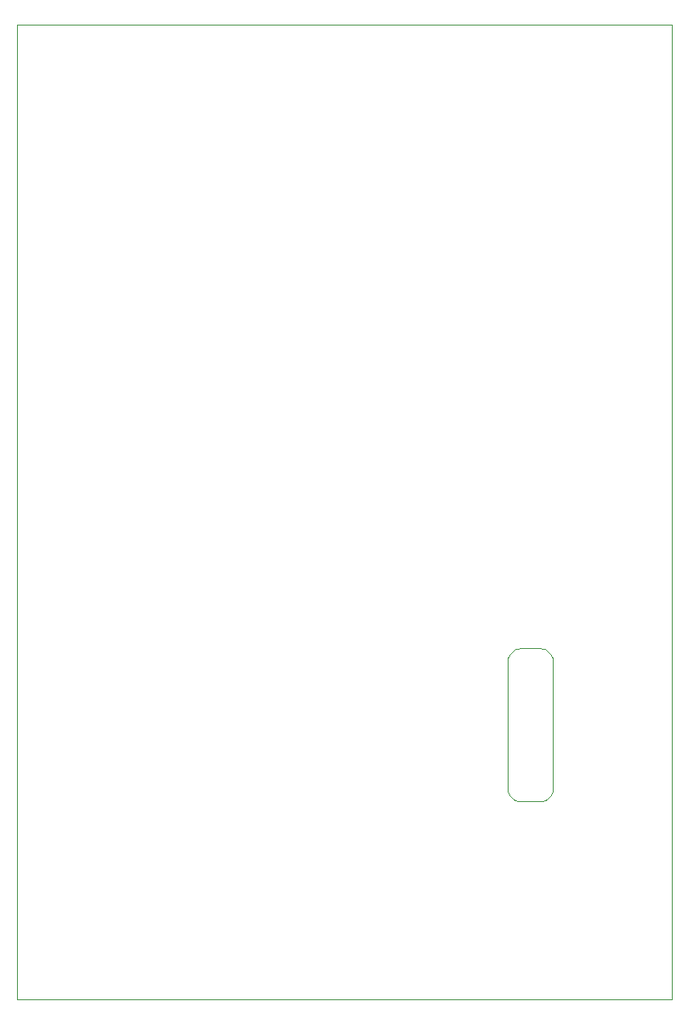
<source format=gbs>
G04*
G04 #@! TF.GenerationSoftware,Altium Limited,CircuitStudio,1.5.2 (30)*
G04*
G04 Layer_Color=8150272*
%FSLAX25Y25*%
%MOIN*%
G70*
G01*
G75*
%ADD15C,0.00300*%
D15*
X118Y382008D02*
X0Y381890D01*
X205043Y77457D02*
X206019Y77553D01*
X206957Y77838D01*
X207821Y78299D01*
X208579Y78921D01*
X209201Y79679D01*
X209663Y80543D01*
X209947Y81481D01*
X210043Y82457D01*
Y132522D02*
X209947Y133497D01*
X209663Y134435D01*
X209201Y135299D01*
X208579Y136057D01*
X207821Y136679D01*
X206957Y137141D01*
X206019Y137425D01*
X205043Y137522D01*
X197478D02*
X196503Y137425D01*
X195565Y137141D01*
X194701Y136679D01*
X193943Y136057D01*
X193321Y135299D01*
X192859Y134435D01*
X192575Y133497D01*
X192478Y132522D01*
Y82457D02*
X192575Y81481D01*
X192859Y80543D01*
X193321Y79679D01*
X193943Y78921D01*
X194701Y78299D01*
X195565Y77838D01*
X196503Y77553D01*
X197478Y77457D01*
X205043D02*
X205043D01*
X0Y0D02*
Y382008D01*
X256693D01*
X0Y0D02*
X256693D01*
X256693Y0D02*
Y382008D01*
X205000Y77457D02*
X205043D01*
X210043Y82457D02*
Y132522D01*
X197478Y137522D02*
X205043D01*
X192478Y82457D02*
Y132522D01*
X197478Y77457D02*
X205043D01*
M02*

</source>
